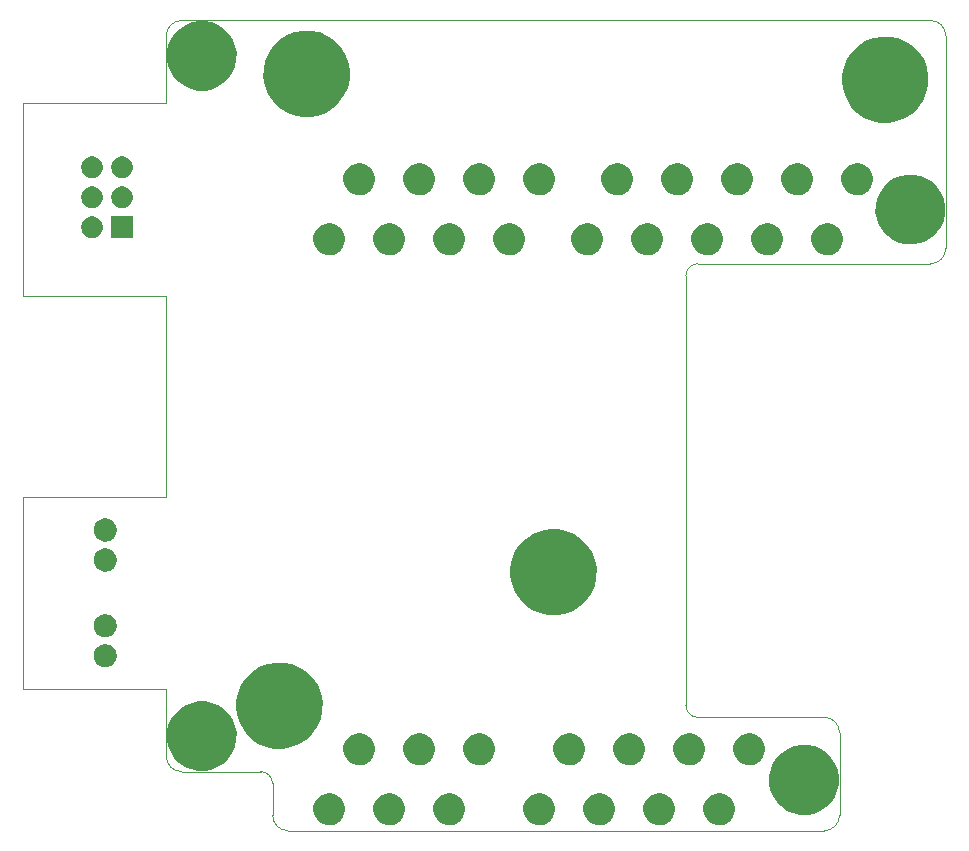
<source format=gbs>
G04 (created by PCBNEW (2013-07-07 BZR 4022)-stable) date 28/02/2015 20:38:53*
%MOIN*%
G04 Gerber Fmt 3.4, Leading zero omitted, Abs format*
%FSLAX34Y34*%
G01*
G70*
G90*
G04 APERTURE LIST*
%ADD10C,0.00590551*%
%ADD11C,0.000393701*%
G04 APERTURE END LIST*
G54D10*
G54D11*
X42173Y-51606D02*
X42173Y-49370D01*
X42173Y-49370D02*
X37401Y-49370D01*
X37401Y-49370D02*
X37401Y-42952D01*
X37401Y-42952D02*
X42173Y-42952D01*
X42173Y-42952D02*
X42173Y-36259D01*
X42173Y-36259D02*
X37401Y-36259D01*
X37401Y-36259D02*
X37401Y-29822D01*
X37401Y-29822D02*
X42173Y-29822D01*
X42173Y-29822D02*
X42173Y-27590D01*
X42173Y-27590D02*
G75*
G02X42685Y-27078I511J0D01*
G74*
G01*
X45716Y-52511D02*
X45716Y-53574D01*
X42685Y-52118D02*
X45322Y-52118D01*
X67645Y-27078D02*
X42685Y-27078D01*
X68157Y-34677D02*
X68157Y-27590D01*
X59889Y-35188D02*
X67645Y-35188D01*
X59496Y-49913D02*
X59496Y-35582D01*
X64102Y-50307D02*
X59889Y-50307D01*
X64614Y-53574D02*
X64614Y-50818D01*
X46228Y-54086D02*
X64102Y-54086D01*
X45322Y-52118D02*
G75*
G02X45716Y-52511I0J-393D01*
G74*
G01*
X42685Y-52118D02*
G75*
G02X42173Y-51606I0J511D01*
G74*
G01*
X67645Y-27078D02*
G75*
G02X68157Y-27590I0J-511D01*
G74*
G01*
X68157Y-34678D02*
G75*
G02X67645Y-35188I-511J0D01*
G74*
G01*
X59496Y-35581D02*
G75*
G02X59889Y-35188I393J0D01*
G74*
G01*
X59889Y-50307D02*
G75*
G02X59496Y-49913I0J393D01*
G74*
G01*
X64103Y-50307D02*
G75*
G02X64614Y-50818I0J-511D01*
G74*
G01*
X64614Y-53575D02*
G75*
G02X64102Y-54086I-511J0D01*
G74*
G01*
X46227Y-54086D02*
G75*
G02X45716Y-53574I0J511D01*
G74*
G01*
G54D10*
G36*
X40056Y-31940D02*
X40055Y-32014D01*
X40038Y-32089D01*
X40012Y-32148D01*
X39968Y-32210D01*
X39921Y-32255D01*
X39857Y-32296D01*
X39796Y-32319D01*
X39721Y-32332D01*
X39657Y-32331D01*
X39582Y-32314D01*
X39523Y-32289D01*
X39460Y-32245D01*
X39415Y-32199D01*
X39374Y-32134D01*
X39350Y-32075D01*
X39336Y-31999D01*
X39337Y-31935D01*
X39353Y-31860D01*
X39378Y-31801D01*
X39422Y-31737D01*
X39467Y-31693D01*
X39532Y-31650D01*
X39591Y-31626D01*
X39667Y-31612D01*
X39731Y-31612D01*
X39807Y-31628D01*
X39865Y-31653D01*
X39929Y-31696D01*
X39974Y-31741D01*
X40017Y-31806D01*
X40041Y-31864D01*
X40056Y-31940D01*
X40056Y-31940D01*
G37*
G36*
X40056Y-32940D02*
X40055Y-33014D01*
X40038Y-33089D01*
X40012Y-33148D01*
X39968Y-33210D01*
X39921Y-33255D01*
X39857Y-33296D01*
X39796Y-33319D01*
X39721Y-33332D01*
X39657Y-33331D01*
X39582Y-33314D01*
X39523Y-33289D01*
X39460Y-33245D01*
X39415Y-33199D01*
X39374Y-33134D01*
X39350Y-33075D01*
X39336Y-32999D01*
X39337Y-32935D01*
X39353Y-32860D01*
X39378Y-32801D01*
X39422Y-32737D01*
X39467Y-32693D01*
X39532Y-32650D01*
X39591Y-32626D01*
X39667Y-32612D01*
X39731Y-32612D01*
X39807Y-32628D01*
X39865Y-32653D01*
X39929Y-32696D01*
X39974Y-32741D01*
X40017Y-32806D01*
X40041Y-32864D01*
X40056Y-32940D01*
X40056Y-32940D01*
G37*
G36*
X40056Y-33940D02*
X40055Y-34014D01*
X40038Y-34089D01*
X40012Y-34148D01*
X39968Y-34210D01*
X39921Y-34255D01*
X39857Y-34296D01*
X39796Y-34319D01*
X39721Y-34332D01*
X39657Y-34331D01*
X39582Y-34314D01*
X39523Y-34289D01*
X39460Y-34245D01*
X39415Y-34199D01*
X39374Y-34134D01*
X39350Y-34075D01*
X39336Y-33999D01*
X39337Y-33935D01*
X39353Y-33860D01*
X39378Y-33801D01*
X39422Y-33737D01*
X39467Y-33693D01*
X39532Y-33650D01*
X39591Y-33626D01*
X39667Y-33612D01*
X39731Y-33612D01*
X39807Y-33628D01*
X39865Y-33653D01*
X39929Y-33696D01*
X39974Y-33741D01*
X40017Y-33806D01*
X40041Y-33864D01*
X40056Y-33940D01*
X40056Y-33940D01*
G37*
G36*
X40527Y-44031D02*
X40526Y-44113D01*
X40508Y-44193D01*
X40479Y-44257D01*
X40432Y-44324D01*
X40380Y-44373D01*
X40311Y-44417D01*
X40245Y-44442D01*
X40164Y-44457D01*
X40094Y-44455D01*
X40013Y-44438D01*
X39949Y-44409D01*
X39881Y-44362D01*
X39833Y-44312D01*
X39788Y-44242D01*
X39762Y-44177D01*
X39747Y-44096D01*
X39748Y-44026D01*
X39765Y-43945D01*
X39793Y-43881D01*
X39840Y-43812D01*
X39889Y-43764D01*
X39959Y-43718D01*
X40023Y-43692D01*
X40105Y-43676D01*
X40175Y-43677D01*
X40257Y-43694D01*
X40320Y-43720D01*
X40390Y-43767D01*
X40438Y-43816D01*
X40485Y-43886D01*
X40511Y-43950D01*
X40527Y-44031D01*
X40527Y-44031D01*
G37*
G36*
X40527Y-45031D02*
X40526Y-45113D01*
X40508Y-45193D01*
X40479Y-45257D01*
X40432Y-45324D01*
X40380Y-45373D01*
X40311Y-45417D01*
X40245Y-45442D01*
X40164Y-45457D01*
X40094Y-45455D01*
X40013Y-45438D01*
X39949Y-45409D01*
X39881Y-45362D01*
X39833Y-45312D01*
X39788Y-45242D01*
X39762Y-45177D01*
X39747Y-45096D01*
X39748Y-45026D01*
X39765Y-44945D01*
X39793Y-44881D01*
X39840Y-44812D01*
X39889Y-44764D01*
X39959Y-44718D01*
X40023Y-44692D01*
X40105Y-44676D01*
X40175Y-44677D01*
X40257Y-44694D01*
X40320Y-44720D01*
X40390Y-44767D01*
X40438Y-44816D01*
X40485Y-44886D01*
X40511Y-44950D01*
X40527Y-45031D01*
X40527Y-45031D01*
G37*
G36*
X40527Y-47220D02*
X40526Y-47302D01*
X40508Y-47382D01*
X40479Y-47446D01*
X40432Y-47513D01*
X40380Y-47562D01*
X40311Y-47606D01*
X40245Y-47631D01*
X40164Y-47646D01*
X40094Y-47644D01*
X40013Y-47627D01*
X39949Y-47598D01*
X39881Y-47551D01*
X39833Y-47501D01*
X39788Y-47431D01*
X39762Y-47366D01*
X39747Y-47285D01*
X39748Y-47215D01*
X39765Y-47134D01*
X39793Y-47070D01*
X39840Y-47001D01*
X39889Y-46953D01*
X39959Y-46907D01*
X40023Y-46881D01*
X40105Y-46865D01*
X40175Y-46866D01*
X40257Y-46883D01*
X40320Y-46909D01*
X40390Y-46956D01*
X40438Y-47005D01*
X40485Y-47075D01*
X40511Y-47139D01*
X40527Y-47220D01*
X40527Y-47220D01*
G37*
G36*
X40527Y-48220D02*
X40526Y-48302D01*
X40508Y-48382D01*
X40479Y-48446D01*
X40432Y-48513D01*
X40380Y-48562D01*
X40311Y-48606D01*
X40245Y-48631D01*
X40164Y-48646D01*
X40094Y-48644D01*
X40013Y-48627D01*
X39949Y-48598D01*
X39881Y-48551D01*
X39833Y-48501D01*
X39788Y-48431D01*
X39762Y-48366D01*
X39747Y-48285D01*
X39748Y-48215D01*
X39765Y-48134D01*
X39793Y-48070D01*
X39840Y-48001D01*
X39889Y-47953D01*
X39959Y-47907D01*
X40023Y-47881D01*
X40105Y-47865D01*
X40175Y-47866D01*
X40257Y-47883D01*
X40320Y-47909D01*
X40390Y-47956D01*
X40438Y-48005D01*
X40485Y-48075D01*
X40511Y-48139D01*
X40527Y-48220D01*
X40527Y-48220D01*
G37*
G36*
X41056Y-31940D02*
X41055Y-32014D01*
X41038Y-32089D01*
X41012Y-32148D01*
X40968Y-32210D01*
X40921Y-32255D01*
X40857Y-32296D01*
X40796Y-32319D01*
X40721Y-32332D01*
X40657Y-32331D01*
X40582Y-32314D01*
X40523Y-32289D01*
X40460Y-32245D01*
X40415Y-32199D01*
X40374Y-32134D01*
X40350Y-32075D01*
X40336Y-31999D01*
X40337Y-31935D01*
X40353Y-31860D01*
X40378Y-31801D01*
X40422Y-31737D01*
X40467Y-31693D01*
X40532Y-31650D01*
X40591Y-31626D01*
X40667Y-31612D01*
X40731Y-31612D01*
X40807Y-31628D01*
X40865Y-31653D01*
X40929Y-31696D01*
X40974Y-31741D01*
X41017Y-31806D01*
X41041Y-31864D01*
X41056Y-31940D01*
X41056Y-31940D01*
G37*
G36*
X41056Y-32940D02*
X41055Y-33014D01*
X41038Y-33089D01*
X41012Y-33148D01*
X40968Y-33210D01*
X40921Y-33255D01*
X40857Y-33296D01*
X40796Y-33319D01*
X40721Y-33332D01*
X40657Y-33331D01*
X40582Y-33314D01*
X40523Y-33289D01*
X40460Y-33245D01*
X40415Y-33199D01*
X40374Y-33134D01*
X40350Y-33075D01*
X40336Y-32999D01*
X40337Y-32935D01*
X40353Y-32860D01*
X40378Y-32801D01*
X40422Y-32737D01*
X40467Y-32693D01*
X40532Y-32650D01*
X40591Y-32626D01*
X40667Y-32612D01*
X40731Y-32612D01*
X40807Y-32628D01*
X40865Y-32653D01*
X40929Y-32696D01*
X40974Y-32741D01*
X41017Y-32806D01*
X41041Y-32864D01*
X41056Y-32940D01*
X41056Y-32940D01*
G37*
G36*
X41056Y-34332D02*
X40337Y-34332D01*
X40337Y-33612D01*
X41056Y-33612D01*
X41056Y-34332D01*
X41056Y-34332D01*
G37*
G36*
X44516Y-28148D02*
X44512Y-28403D01*
X44461Y-28631D01*
X44370Y-28833D01*
X44236Y-29024D01*
X44075Y-29177D01*
X43878Y-29303D01*
X43671Y-29383D01*
X43440Y-29423D01*
X43219Y-29419D01*
X42990Y-29369D01*
X42787Y-29280D01*
X42595Y-29146D01*
X42441Y-28987D01*
X42314Y-28790D01*
X42233Y-28584D01*
X42190Y-28354D01*
X42193Y-28133D01*
X42242Y-27903D01*
X42329Y-27700D01*
X42462Y-27506D01*
X42620Y-27352D01*
X42816Y-27223D01*
X43021Y-27140D01*
X43252Y-27096D01*
X43472Y-27098D01*
X43703Y-27145D01*
X43906Y-27231D01*
X44101Y-27362D01*
X44256Y-27519D01*
X44386Y-27715D01*
X44470Y-27918D01*
X44516Y-28148D01*
X44516Y-28148D01*
G37*
G36*
X44516Y-50825D02*
X44512Y-51080D01*
X44461Y-51308D01*
X44370Y-51511D01*
X44236Y-51701D01*
X44075Y-51855D01*
X43878Y-51980D01*
X43671Y-52060D01*
X43440Y-52101D01*
X43219Y-52096D01*
X42990Y-52046D01*
X42787Y-51957D01*
X42595Y-51823D01*
X42441Y-51664D01*
X42314Y-51467D01*
X42233Y-51261D01*
X42190Y-51031D01*
X42193Y-50810D01*
X42242Y-50580D01*
X42329Y-50377D01*
X42462Y-50183D01*
X42620Y-50029D01*
X42816Y-49900D01*
X43021Y-49818D01*
X43252Y-49774D01*
X43472Y-49775D01*
X43703Y-49822D01*
X43906Y-49908D01*
X44101Y-50039D01*
X44256Y-50196D01*
X44386Y-50392D01*
X44470Y-50595D01*
X44516Y-50825D01*
X44516Y-50825D01*
G37*
G36*
X47382Y-49783D02*
X47378Y-50099D01*
X47314Y-50379D01*
X47202Y-50632D01*
X47036Y-50867D01*
X46836Y-51057D01*
X46593Y-51211D01*
X46336Y-51311D01*
X46052Y-51361D01*
X45776Y-51355D01*
X45495Y-51293D01*
X45243Y-51183D01*
X45006Y-51019D01*
X44814Y-50820D01*
X44658Y-50578D01*
X44557Y-50322D01*
X44505Y-50038D01*
X44509Y-49763D01*
X44569Y-49481D01*
X44677Y-49228D01*
X44840Y-48990D01*
X45037Y-48797D01*
X45278Y-48639D01*
X45533Y-48536D01*
X45817Y-48482D01*
X46092Y-48484D01*
X46375Y-48542D01*
X46628Y-48649D01*
X46868Y-48810D01*
X47061Y-49005D01*
X47221Y-49246D01*
X47326Y-49500D01*
X47382Y-49783D01*
X47382Y-49783D01*
G37*
G36*
X48134Y-34320D02*
X48132Y-34434D01*
X48108Y-34541D01*
X48068Y-34631D01*
X48004Y-34721D01*
X47933Y-34789D01*
X47840Y-34848D01*
X47748Y-34883D01*
X47640Y-34903D01*
X47542Y-34901D01*
X47434Y-34877D01*
X47344Y-34838D01*
X47253Y-34774D01*
X47185Y-34704D01*
X47125Y-34611D01*
X47089Y-34520D01*
X47069Y-34411D01*
X47070Y-34313D01*
X47093Y-34205D01*
X47132Y-34115D01*
X47195Y-34023D01*
X47264Y-33955D01*
X47357Y-33894D01*
X47448Y-33858D01*
X47557Y-33837D01*
X47654Y-33838D01*
X47763Y-33860D01*
X47853Y-33898D01*
X47945Y-33960D01*
X48014Y-34029D01*
X48076Y-34122D01*
X48112Y-34211D01*
X48134Y-34320D01*
X48134Y-34320D01*
G37*
G36*
X48134Y-53320D02*
X48132Y-53434D01*
X48108Y-53541D01*
X48068Y-53631D01*
X48004Y-53721D01*
X47933Y-53789D01*
X47840Y-53848D01*
X47748Y-53883D01*
X47640Y-53903D01*
X47542Y-53901D01*
X47434Y-53877D01*
X47344Y-53838D01*
X47253Y-53774D01*
X47185Y-53704D01*
X47125Y-53611D01*
X47089Y-53520D01*
X47069Y-53411D01*
X47070Y-53313D01*
X47093Y-53205D01*
X47132Y-53115D01*
X47195Y-53023D01*
X47264Y-52955D01*
X47357Y-52894D01*
X47448Y-52858D01*
X47557Y-52837D01*
X47654Y-52838D01*
X47763Y-52860D01*
X47853Y-52898D01*
X47945Y-52960D01*
X48014Y-53029D01*
X48076Y-53122D01*
X48112Y-53211D01*
X48134Y-53320D01*
X48134Y-53320D01*
G37*
G36*
X48288Y-28720D02*
X48283Y-29036D01*
X48219Y-29316D01*
X48107Y-29569D01*
X47941Y-29804D01*
X47741Y-29994D01*
X47498Y-30148D01*
X47241Y-30248D01*
X46958Y-30298D01*
X46682Y-30292D01*
X46401Y-30230D01*
X46148Y-30120D01*
X45911Y-29956D01*
X45720Y-29757D01*
X45564Y-29515D01*
X45462Y-29259D01*
X45410Y-28975D01*
X45414Y-28700D01*
X45474Y-28418D01*
X45583Y-28165D01*
X45746Y-27927D01*
X45942Y-27734D01*
X46184Y-27576D01*
X46439Y-27473D01*
X46723Y-27419D01*
X46997Y-27421D01*
X47280Y-27479D01*
X47534Y-27586D01*
X47773Y-27747D01*
X47967Y-27942D01*
X48127Y-28183D01*
X48231Y-28437D01*
X48288Y-28720D01*
X48288Y-28720D01*
G37*
G36*
X49134Y-32320D02*
X49132Y-32434D01*
X49108Y-32541D01*
X49068Y-32631D01*
X49004Y-32721D01*
X48933Y-32789D01*
X48840Y-32848D01*
X48748Y-32883D01*
X48640Y-32903D01*
X48542Y-32901D01*
X48434Y-32877D01*
X48344Y-32838D01*
X48253Y-32774D01*
X48185Y-32704D01*
X48125Y-32611D01*
X48089Y-32520D01*
X48069Y-32411D01*
X48070Y-32313D01*
X48093Y-32205D01*
X48132Y-32115D01*
X48195Y-32023D01*
X48264Y-31955D01*
X48357Y-31894D01*
X48448Y-31858D01*
X48557Y-31837D01*
X48654Y-31838D01*
X48763Y-31860D01*
X48853Y-31898D01*
X48945Y-31960D01*
X49014Y-32029D01*
X49076Y-32122D01*
X49112Y-32211D01*
X49134Y-32320D01*
X49134Y-32320D01*
G37*
G36*
X49134Y-51320D02*
X49132Y-51434D01*
X49108Y-51541D01*
X49068Y-51631D01*
X49004Y-51721D01*
X48933Y-51789D01*
X48840Y-51848D01*
X48748Y-51883D01*
X48640Y-51903D01*
X48542Y-51901D01*
X48434Y-51877D01*
X48344Y-51838D01*
X48253Y-51774D01*
X48185Y-51704D01*
X48125Y-51611D01*
X48089Y-51520D01*
X48069Y-51411D01*
X48070Y-51313D01*
X48093Y-51205D01*
X48132Y-51115D01*
X48195Y-51023D01*
X48264Y-50955D01*
X48357Y-50894D01*
X48448Y-50858D01*
X48557Y-50837D01*
X48654Y-50838D01*
X48763Y-50860D01*
X48853Y-50898D01*
X48945Y-50960D01*
X49014Y-51029D01*
X49076Y-51122D01*
X49112Y-51211D01*
X49134Y-51320D01*
X49134Y-51320D01*
G37*
G36*
X50134Y-34320D02*
X50132Y-34434D01*
X50108Y-34541D01*
X50068Y-34631D01*
X50004Y-34721D01*
X49933Y-34789D01*
X49840Y-34848D01*
X49748Y-34883D01*
X49640Y-34903D01*
X49542Y-34901D01*
X49434Y-34877D01*
X49344Y-34838D01*
X49253Y-34774D01*
X49185Y-34704D01*
X49125Y-34611D01*
X49089Y-34520D01*
X49069Y-34411D01*
X49070Y-34313D01*
X49093Y-34205D01*
X49132Y-34115D01*
X49195Y-34023D01*
X49264Y-33955D01*
X49357Y-33894D01*
X49448Y-33858D01*
X49557Y-33837D01*
X49654Y-33838D01*
X49763Y-33860D01*
X49853Y-33898D01*
X49945Y-33960D01*
X50014Y-34029D01*
X50076Y-34122D01*
X50112Y-34211D01*
X50134Y-34320D01*
X50134Y-34320D01*
G37*
G36*
X50134Y-53320D02*
X50132Y-53434D01*
X50108Y-53541D01*
X50068Y-53631D01*
X50004Y-53721D01*
X49933Y-53789D01*
X49840Y-53848D01*
X49748Y-53883D01*
X49640Y-53903D01*
X49542Y-53901D01*
X49434Y-53877D01*
X49344Y-53838D01*
X49253Y-53774D01*
X49185Y-53704D01*
X49125Y-53611D01*
X49089Y-53520D01*
X49069Y-53411D01*
X49070Y-53313D01*
X49093Y-53205D01*
X49132Y-53115D01*
X49195Y-53023D01*
X49264Y-52955D01*
X49357Y-52894D01*
X49448Y-52858D01*
X49557Y-52837D01*
X49654Y-52838D01*
X49763Y-52860D01*
X49853Y-52898D01*
X49945Y-52960D01*
X50014Y-53029D01*
X50076Y-53122D01*
X50112Y-53211D01*
X50134Y-53320D01*
X50134Y-53320D01*
G37*
G36*
X51134Y-32320D02*
X51132Y-32434D01*
X51108Y-32541D01*
X51068Y-32631D01*
X51004Y-32721D01*
X50933Y-32789D01*
X50840Y-32848D01*
X50748Y-32883D01*
X50640Y-32903D01*
X50542Y-32901D01*
X50434Y-32877D01*
X50344Y-32838D01*
X50253Y-32774D01*
X50185Y-32704D01*
X50125Y-32611D01*
X50089Y-32520D01*
X50069Y-32411D01*
X50070Y-32313D01*
X50093Y-32205D01*
X50132Y-32115D01*
X50195Y-32023D01*
X50264Y-31955D01*
X50357Y-31894D01*
X50448Y-31858D01*
X50557Y-31837D01*
X50654Y-31838D01*
X50763Y-31860D01*
X50853Y-31898D01*
X50945Y-31960D01*
X51014Y-32029D01*
X51076Y-32122D01*
X51112Y-32211D01*
X51134Y-32320D01*
X51134Y-32320D01*
G37*
G36*
X51134Y-51320D02*
X51132Y-51434D01*
X51108Y-51541D01*
X51068Y-51631D01*
X51004Y-51721D01*
X50933Y-51789D01*
X50840Y-51848D01*
X50748Y-51883D01*
X50640Y-51903D01*
X50542Y-51901D01*
X50434Y-51877D01*
X50344Y-51838D01*
X50253Y-51774D01*
X50185Y-51704D01*
X50125Y-51611D01*
X50089Y-51520D01*
X50069Y-51411D01*
X50070Y-51313D01*
X50093Y-51205D01*
X50132Y-51115D01*
X50195Y-51023D01*
X50264Y-50955D01*
X50357Y-50894D01*
X50448Y-50858D01*
X50557Y-50837D01*
X50654Y-50838D01*
X50763Y-50860D01*
X50853Y-50898D01*
X50945Y-50960D01*
X51014Y-51029D01*
X51076Y-51122D01*
X51112Y-51211D01*
X51134Y-51320D01*
X51134Y-51320D01*
G37*
G36*
X52134Y-34320D02*
X52132Y-34434D01*
X52108Y-34541D01*
X52068Y-34631D01*
X52004Y-34721D01*
X51933Y-34789D01*
X51840Y-34848D01*
X51748Y-34883D01*
X51640Y-34903D01*
X51542Y-34901D01*
X51434Y-34877D01*
X51344Y-34838D01*
X51253Y-34774D01*
X51185Y-34704D01*
X51125Y-34611D01*
X51089Y-34520D01*
X51069Y-34411D01*
X51070Y-34313D01*
X51093Y-34205D01*
X51132Y-34115D01*
X51195Y-34023D01*
X51264Y-33955D01*
X51357Y-33894D01*
X51448Y-33858D01*
X51557Y-33837D01*
X51654Y-33838D01*
X51763Y-33860D01*
X51853Y-33898D01*
X51945Y-33960D01*
X52014Y-34029D01*
X52076Y-34122D01*
X52112Y-34211D01*
X52134Y-34320D01*
X52134Y-34320D01*
G37*
G36*
X52134Y-53320D02*
X52132Y-53434D01*
X52108Y-53541D01*
X52068Y-53631D01*
X52004Y-53721D01*
X51933Y-53789D01*
X51840Y-53848D01*
X51748Y-53883D01*
X51640Y-53903D01*
X51542Y-53901D01*
X51434Y-53877D01*
X51344Y-53838D01*
X51253Y-53774D01*
X51185Y-53704D01*
X51125Y-53611D01*
X51089Y-53520D01*
X51069Y-53411D01*
X51070Y-53313D01*
X51093Y-53205D01*
X51132Y-53115D01*
X51195Y-53023D01*
X51264Y-52955D01*
X51357Y-52894D01*
X51448Y-52858D01*
X51557Y-52837D01*
X51654Y-52838D01*
X51763Y-52860D01*
X51853Y-52898D01*
X51945Y-52960D01*
X52014Y-53029D01*
X52076Y-53122D01*
X52112Y-53211D01*
X52134Y-53320D01*
X52134Y-53320D01*
G37*
G36*
X53134Y-32320D02*
X53132Y-32434D01*
X53108Y-32541D01*
X53068Y-32631D01*
X53004Y-32721D01*
X52933Y-32789D01*
X52840Y-32848D01*
X52748Y-32883D01*
X52640Y-32903D01*
X52542Y-32901D01*
X52434Y-32877D01*
X52344Y-32838D01*
X52253Y-32774D01*
X52185Y-32704D01*
X52125Y-32611D01*
X52089Y-32520D01*
X52069Y-32411D01*
X52070Y-32313D01*
X52093Y-32205D01*
X52132Y-32115D01*
X52195Y-32023D01*
X52264Y-31955D01*
X52357Y-31894D01*
X52448Y-31858D01*
X52557Y-31837D01*
X52654Y-31838D01*
X52763Y-31860D01*
X52853Y-31898D01*
X52945Y-31960D01*
X53014Y-32029D01*
X53076Y-32122D01*
X53112Y-32211D01*
X53134Y-32320D01*
X53134Y-32320D01*
G37*
G36*
X53134Y-51320D02*
X53132Y-51434D01*
X53108Y-51541D01*
X53068Y-51631D01*
X53004Y-51721D01*
X52933Y-51789D01*
X52840Y-51848D01*
X52748Y-51883D01*
X52640Y-51903D01*
X52542Y-51901D01*
X52434Y-51877D01*
X52344Y-51838D01*
X52253Y-51774D01*
X52185Y-51704D01*
X52125Y-51611D01*
X52089Y-51520D01*
X52069Y-51411D01*
X52070Y-51313D01*
X52093Y-51205D01*
X52132Y-51115D01*
X52195Y-51023D01*
X52264Y-50955D01*
X52357Y-50894D01*
X52448Y-50858D01*
X52557Y-50837D01*
X52654Y-50838D01*
X52763Y-50860D01*
X52853Y-50898D01*
X52945Y-50960D01*
X53014Y-51029D01*
X53076Y-51122D01*
X53112Y-51211D01*
X53134Y-51320D01*
X53134Y-51320D01*
G37*
G36*
X54134Y-34320D02*
X54132Y-34434D01*
X54108Y-34541D01*
X54068Y-34631D01*
X54004Y-34721D01*
X53933Y-34789D01*
X53840Y-34848D01*
X53748Y-34883D01*
X53640Y-34903D01*
X53542Y-34901D01*
X53434Y-34877D01*
X53344Y-34838D01*
X53253Y-34774D01*
X53185Y-34704D01*
X53125Y-34611D01*
X53089Y-34520D01*
X53069Y-34411D01*
X53070Y-34313D01*
X53093Y-34205D01*
X53132Y-34115D01*
X53195Y-34023D01*
X53264Y-33955D01*
X53357Y-33894D01*
X53448Y-33858D01*
X53557Y-33837D01*
X53654Y-33838D01*
X53763Y-33860D01*
X53853Y-33898D01*
X53945Y-33960D01*
X54014Y-34029D01*
X54076Y-34122D01*
X54112Y-34211D01*
X54134Y-34320D01*
X54134Y-34320D01*
G37*
G36*
X55134Y-32320D02*
X55132Y-32434D01*
X55108Y-32541D01*
X55068Y-32631D01*
X55004Y-32721D01*
X54933Y-32789D01*
X54840Y-32848D01*
X54748Y-32883D01*
X54640Y-32903D01*
X54542Y-32901D01*
X54434Y-32877D01*
X54344Y-32838D01*
X54253Y-32774D01*
X54185Y-32704D01*
X54125Y-32611D01*
X54089Y-32520D01*
X54069Y-32411D01*
X54070Y-32313D01*
X54093Y-32205D01*
X54132Y-32115D01*
X54195Y-32023D01*
X54264Y-31955D01*
X54357Y-31894D01*
X54448Y-31858D01*
X54557Y-31837D01*
X54654Y-31838D01*
X54763Y-31860D01*
X54853Y-31898D01*
X54945Y-31960D01*
X55014Y-32029D01*
X55076Y-32122D01*
X55112Y-32211D01*
X55134Y-32320D01*
X55134Y-32320D01*
G37*
G36*
X55134Y-53320D02*
X55132Y-53434D01*
X55108Y-53541D01*
X55068Y-53631D01*
X55004Y-53721D01*
X54933Y-53789D01*
X54840Y-53848D01*
X54748Y-53883D01*
X54640Y-53903D01*
X54542Y-53901D01*
X54434Y-53877D01*
X54344Y-53838D01*
X54253Y-53774D01*
X54185Y-53704D01*
X54125Y-53611D01*
X54089Y-53520D01*
X54069Y-53411D01*
X54070Y-53313D01*
X54093Y-53205D01*
X54132Y-53115D01*
X54195Y-53023D01*
X54264Y-52955D01*
X54357Y-52894D01*
X54448Y-52858D01*
X54557Y-52837D01*
X54654Y-52838D01*
X54763Y-52860D01*
X54853Y-52898D01*
X54945Y-52960D01*
X55014Y-53029D01*
X55076Y-53122D01*
X55112Y-53211D01*
X55134Y-53320D01*
X55134Y-53320D01*
G37*
G36*
X56134Y-51320D02*
X56132Y-51434D01*
X56108Y-51541D01*
X56068Y-51631D01*
X56004Y-51721D01*
X55933Y-51789D01*
X55840Y-51848D01*
X55748Y-51883D01*
X55640Y-51903D01*
X55542Y-51901D01*
X55434Y-51877D01*
X55344Y-51838D01*
X55253Y-51774D01*
X55185Y-51704D01*
X55125Y-51611D01*
X55089Y-51520D01*
X55069Y-51411D01*
X55070Y-51313D01*
X55093Y-51205D01*
X55132Y-51115D01*
X55195Y-51023D01*
X55264Y-50955D01*
X55357Y-50894D01*
X55448Y-50858D01*
X55557Y-50837D01*
X55654Y-50838D01*
X55763Y-50860D01*
X55853Y-50898D01*
X55945Y-50960D01*
X56014Y-51029D01*
X56076Y-51122D01*
X56112Y-51211D01*
X56134Y-51320D01*
X56134Y-51320D01*
G37*
G36*
X56516Y-45334D02*
X56511Y-45650D01*
X56448Y-45931D01*
X56335Y-46183D01*
X56170Y-46418D01*
X55970Y-46608D01*
X55727Y-46762D01*
X55470Y-46862D01*
X55186Y-46912D01*
X54910Y-46906D01*
X54629Y-46845D01*
X54376Y-46734D01*
X54140Y-46570D01*
X53948Y-46372D01*
X53792Y-46129D01*
X53691Y-45873D01*
X53639Y-45589D01*
X53643Y-45314D01*
X53703Y-45032D01*
X53811Y-44779D01*
X53974Y-44541D01*
X54171Y-44349D01*
X54412Y-44190D01*
X54667Y-44087D01*
X54951Y-44033D01*
X55226Y-44035D01*
X55509Y-44093D01*
X55762Y-44200D01*
X56002Y-44361D01*
X56195Y-44556D01*
X56355Y-44797D01*
X56460Y-45051D01*
X56516Y-45334D01*
X56516Y-45334D01*
G37*
G36*
X56734Y-34320D02*
X56732Y-34434D01*
X56708Y-34541D01*
X56668Y-34631D01*
X56604Y-34721D01*
X56533Y-34789D01*
X56440Y-34848D01*
X56348Y-34883D01*
X56240Y-34903D01*
X56142Y-34901D01*
X56034Y-34877D01*
X55944Y-34838D01*
X55853Y-34774D01*
X55785Y-34704D01*
X55725Y-34611D01*
X55689Y-34520D01*
X55669Y-34411D01*
X55670Y-34313D01*
X55693Y-34205D01*
X55732Y-34115D01*
X55795Y-34023D01*
X55864Y-33955D01*
X55957Y-33894D01*
X56048Y-33858D01*
X56157Y-33837D01*
X56254Y-33838D01*
X56363Y-33860D01*
X56453Y-33898D01*
X56545Y-33960D01*
X56614Y-34029D01*
X56676Y-34122D01*
X56712Y-34211D01*
X56734Y-34320D01*
X56734Y-34320D01*
G37*
G36*
X57134Y-53320D02*
X57132Y-53434D01*
X57108Y-53541D01*
X57068Y-53631D01*
X57004Y-53721D01*
X56933Y-53789D01*
X56840Y-53848D01*
X56748Y-53883D01*
X56640Y-53903D01*
X56542Y-53901D01*
X56434Y-53877D01*
X56344Y-53838D01*
X56253Y-53774D01*
X56185Y-53704D01*
X56125Y-53611D01*
X56089Y-53520D01*
X56069Y-53411D01*
X56070Y-53313D01*
X56093Y-53205D01*
X56132Y-53115D01*
X56195Y-53023D01*
X56264Y-52955D01*
X56357Y-52894D01*
X56448Y-52858D01*
X56557Y-52837D01*
X56654Y-52838D01*
X56763Y-52860D01*
X56853Y-52898D01*
X56945Y-52960D01*
X57014Y-53029D01*
X57076Y-53122D01*
X57112Y-53211D01*
X57134Y-53320D01*
X57134Y-53320D01*
G37*
G36*
X57734Y-32320D02*
X57732Y-32434D01*
X57708Y-32541D01*
X57668Y-32631D01*
X57604Y-32721D01*
X57533Y-32789D01*
X57440Y-32848D01*
X57348Y-32883D01*
X57240Y-32903D01*
X57142Y-32901D01*
X57034Y-32877D01*
X56944Y-32838D01*
X56853Y-32774D01*
X56785Y-32704D01*
X56725Y-32611D01*
X56689Y-32520D01*
X56669Y-32411D01*
X56670Y-32313D01*
X56693Y-32205D01*
X56732Y-32115D01*
X56795Y-32023D01*
X56864Y-31955D01*
X56957Y-31894D01*
X57048Y-31858D01*
X57157Y-31837D01*
X57254Y-31838D01*
X57363Y-31860D01*
X57453Y-31898D01*
X57545Y-31960D01*
X57614Y-32029D01*
X57676Y-32122D01*
X57712Y-32211D01*
X57734Y-32320D01*
X57734Y-32320D01*
G37*
G36*
X58134Y-51320D02*
X58132Y-51434D01*
X58108Y-51541D01*
X58068Y-51631D01*
X58004Y-51721D01*
X57933Y-51789D01*
X57840Y-51848D01*
X57748Y-51883D01*
X57640Y-51903D01*
X57542Y-51901D01*
X57434Y-51877D01*
X57344Y-51838D01*
X57253Y-51774D01*
X57185Y-51704D01*
X57125Y-51611D01*
X57089Y-51520D01*
X57069Y-51411D01*
X57070Y-51313D01*
X57093Y-51205D01*
X57132Y-51115D01*
X57195Y-51023D01*
X57264Y-50955D01*
X57357Y-50894D01*
X57448Y-50858D01*
X57557Y-50837D01*
X57654Y-50838D01*
X57763Y-50860D01*
X57853Y-50898D01*
X57945Y-50960D01*
X58014Y-51029D01*
X58076Y-51122D01*
X58112Y-51211D01*
X58134Y-51320D01*
X58134Y-51320D01*
G37*
G36*
X58734Y-34320D02*
X58732Y-34434D01*
X58708Y-34541D01*
X58668Y-34631D01*
X58604Y-34721D01*
X58533Y-34789D01*
X58440Y-34848D01*
X58348Y-34883D01*
X58240Y-34903D01*
X58142Y-34901D01*
X58034Y-34877D01*
X57944Y-34838D01*
X57853Y-34774D01*
X57785Y-34704D01*
X57725Y-34611D01*
X57689Y-34520D01*
X57669Y-34411D01*
X57670Y-34313D01*
X57693Y-34205D01*
X57732Y-34115D01*
X57795Y-34023D01*
X57864Y-33955D01*
X57957Y-33894D01*
X58048Y-33858D01*
X58157Y-33837D01*
X58254Y-33838D01*
X58363Y-33860D01*
X58453Y-33898D01*
X58545Y-33960D01*
X58614Y-34029D01*
X58676Y-34122D01*
X58712Y-34211D01*
X58734Y-34320D01*
X58734Y-34320D01*
G37*
G36*
X59134Y-53320D02*
X59132Y-53434D01*
X59108Y-53541D01*
X59068Y-53631D01*
X59004Y-53721D01*
X58933Y-53789D01*
X58840Y-53848D01*
X58748Y-53883D01*
X58640Y-53903D01*
X58542Y-53901D01*
X58434Y-53877D01*
X58344Y-53838D01*
X58253Y-53774D01*
X58185Y-53704D01*
X58125Y-53611D01*
X58089Y-53520D01*
X58069Y-53411D01*
X58070Y-53313D01*
X58093Y-53205D01*
X58132Y-53115D01*
X58195Y-53023D01*
X58264Y-52955D01*
X58357Y-52894D01*
X58448Y-52858D01*
X58557Y-52837D01*
X58654Y-52838D01*
X58763Y-52860D01*
X58853Y-52898D01*
X58945Y-52960D01*
X59014Y-53029D01*
X59076Y-53122D01*
X59112Y-53211D01*
X59134Y-53320D01*
X59134Y-53320D01*
G37*
G36*
X59734Y-32320D02*
X59732Y-32434D01*
X59708Y-32541D01*
X59668Y-32631D01*
X59604Y-32721D01*
X59533Y-32789D01*
X59440Y-32848D01*
X59348Y-32883D01*
X59240Y-32903D01*
X59142Y-32901D01*
X59034Y-32877D01*
X58944Y-32838D01*
X58853Y-32774D01*
X58785Y-32704D01*
X58725Y-32611D01*
X58689Y-32520D01*
X58669Y-32411D01*
X58670Y-32313D01*
X58693Y-32205D01*
X58732Y-32115D01*
X58795Y-32023D01*
X58864Y-31955D01*
X58957Y-31894D01*
X59048Y-31858D01*
X59157Y-31837D01*
X59254Y-31838D01*
X59363Y-31860D01*
X59453Y-31898D01*
X59545Y-31960D01*
X59614Y-32029D01*
X59676Y-32122D01*
X59712Y-32211D01*
X59734Y-32320D01*
X59734Y-32320D01*
G37*
G36*
X60134Y-51320D02*
X60132Y-51434D01*
X60108Y-51541D01*
X60068Y-51631D01*
X60004Y-51721D01*
X59933Y-51789D01*
X59840Y-51848D01*
X59748Y-51883D01*
X59640Y-51903D01*
X59542Y-51901D01*
X59434Y-51877D01*
X59344Y-51838D01*
X59253Y-51774D01*
X59185Y-51704D01*
X59125Y-51611D01*
X59089Y-51520D01*
X59069Y-51411D01*
X59070Y-51313D01*
X59093Y-51205D01*
X59132Y-51115D01*
X59195Y-51023D01*
X59264Y-50955D01*
X59357Y-50894D01*
X59448Y-50858D01*
X59557Y-50837D01*
X59654Y-50838D01*
X59763Y-50860D01*
X59853Y-50898D01*
X59945Y-50960D01*
X60014Y-51029D01*
X60076Y-51122D01*
X60112Y-51211D01*
X60134Y-51320D01*
X60134Y-51320D01*
G37*
G36*
X60734Y-34320D02*
X60732Y-34434D01*
X60708Y-34541D01*
X60668Y-34631D01*
X60604Y-34721D01*
X60533Y-34789D01*
X60440Y-34848D01*
X60348Y-34883D01*
X60240Y-34903D01*
X60142Y-34901D01*
X60034Y-34877D01*
X59944Y-34838D01*
X59853Y-34774D01*
X59785Y-34704D01*
X59725Y-34611D01*
X59689Y-34520D01*
X59669Y-34411D01*
X59670Y-34313D01*
X59693Y-34205D01*
X59732Y-34115D01*
X59795Y-34023D01*
X59864Y-33955D01*
X59957Y-33894D01*
X60048Y-33858D01*
X60157Y-33837D01*
X60254Y-33838D01*
X60363Y-33860D01*
X60453Y-33898D01*
X60545Y-33960D01*
X60614Y-34029D01*
X60676Y-34122D01*
X60712Y-34211D01*
X60734Y-34320D01*
X60734Y-34320D01*
G37*
G36*
X61134Y-53320D02*
X61132Y-53434D01*
X61108Y-53541D01*
X61068Y-53631D01*
X61004Y-53721D01*
X60933Y-53789D01*
X60840Y-53848D01*
X60748Y-53883D01*
X60640Y-53903D01*
X60542Y-53901D01*
X60434Y-53877D01*
X60344Y-53838D01*
X60253Y-53774D01*
X60185Y-53704D01*
X60125Y-53611D01*
X60089Y-53520D01*
X60069Y-53411D01*
X60070Y-53313D01*
X60093Y-53205D01*
X60132Y-53115D01*
X60195Y-53023D01*
X60264Y-52955D01*
X60357Y-52894D01*
X60448Y-52858D01*
X60557Y-52837D01*
X60654Y-52838D01*
X60763Y-52860D01*
X60853Y-52898D01*
X60945Y-52960D01*
X61014Y-53029D01*
X61076Y-53122D01*
X61112Y-53211D01*
X61134Y-53320D01*
X61134Y-53320D01*
G37*
G36*
X61734Y-32320D02*
X61732Y-32434D01*
X61708Y-32541D01*
X61668Y-32631D01*
X61604Y-32721D01*
X61533Y-32789D01*
X61440Y-32848D01*
X61348Y-32883D01*
X61240Y-32903D01*
X61142Y-32901D01*
X61034Y-32877D01*
X60944Y-32838D01*
X60853Y-32774D01*
X60785Y-32704D01*
X60725Y-32611D01*
X60689Y-32520D01*
X60669Y-32411D01*
X60670Y-32313D01*
X60693Y-32205D01*
X60732Y-32115D01*
X60795Y-32023D01*
X60864Y-31955D01*
X60957Y-31894D01*
X61048Y-31858D01*
X61157Y-31837D01*
X61254Y-31838D01*
X61363Y-31860D01*
X61453Y-31898D01*
X61545Y-31960D01*
X61614Y-32029D01*
X61676Y-32122D01*
X61712Y-32211D01*
X61734Y-32320D01*
X61734Y-32320D01*
G37*
G36*
X62134Y-51320D02*
X62132Y-51434D01*
X62108Y-51541D01*
X62068Y-51631D01*
X62004Y-51721D01*
X61933Y-51789D01*
X61840Y-51848D01*
X61748Y-51883D01*
X61640Y-51903D01*
X61542Y-51901D01*
X61434Y-51877D01*
X61344Y-51838D01*
X61253Y-51774D01*
X61185Y-51704D01*
X61125Y-51611D01*
X61089Y-51520D01*
X61069Y-51411D01*
X61070Y-51313D01*
X61093Y-51205D01*
X61132Y-51115D01*
X61195Y-51023D01*
X61264Y-50955D01*
X61357Y-50894D01*
X61448Y-50858D01*
X61557Y-50837D01*
X61654Y-50838D01*
X61763Y-50860D01*
X61853Y-50898D01*
X61945Y-50960D01*
X62014Y-51029D01*
X62076Y-51122D01*
X62112Y-51211D01*
X62134Y-51320D01*
X62134Y-51320D01*
G37*
G36*
X62734Y-34320D02*
X62732Y-34434D01*
X62708Y-34541D01*
X62668Y-34631D01*
X62604Y-34721D01*
X62533Y-34789D01*
X62440Y-34848D01*
X62348Y-34883D01*
X62240Y-34903D01*
X62142Y-34901D01*
X62034Y-34877D01*
X61944Y-34838D01*
X61853Y-34774D01*
X61785Y-34704D01*
X61725Y-34611D01*
X61689Y-34520D01*
X61669Y-34411D01*
X61670Y-34313D01*
X61693Y-34205D01*
X61732Y-34115D01*
X61795Y-34023D01*
X61864Y-33955D01*
X61957Y-33894D01*
X62048Y-33858D01*
X62157Y-33837D01*
X62254Y-33838D01*
X62363Y-33860D01*
X62453Y-33898D01*
X62545Y-33960D01*
X62614Y-34029D01*
X62676Y-34122D01*
X62712Y-34211D01*
X62734Y-34320D01*
X62734Y-34320D01*
G37*
G36*
X63734Y-32320D02*
X63732Y-32434D01*
X63708Y-32541D01*
X63668Y-32631D01*
X63604Y-32721D01*
X63533Y-32789D01*
X63440Y-32848D01*
X63348Y-32883D01*
X63240Y-32903D01*
X63142Y-32901D01*
X63034Y-32877D01*
X62944Y-32838D01*
X62853Y-32774D01*
X62785Y-32704D01*
X62725Y-32611D01*
X62689Y-32520D01*
X62669Y-32411D01*
X62670Y-32313D01*
X62693Y-32205D01*
X62732Y-32115D01*
X62795Y-32023D01*
X62864Y-31955D01*
X62957Y-31894D01*
X63048Y-31858D01*
X63157Y-31837D01*
X63254Y-31838D01*
X63363Y-31860D01*
X63453Y-31898D01*
X63545Y-31960D01*
X63614Y-32029D01*
X63676Y-32122D01*
X63712Y-32211D01*
X63734Y-32320D01*
X63734Y-32320D01*
G37*
G36*
X64595Y-52282D02*
X64591Y-52537D01*
X64539Y-52764D01*
X64449Y-52967D01*
X64314Y-53158D01*
X64154Y-53311D01*
X63956Y-53436D01*
X63749Y-53517D01*
X63519Y-53557D01*
X63297Y-53553D01*
X63069Y-53502D01*
X62866Y-53414D01*
X62674Y-53280D01*
X62520Y-53121D01*
X62393Y-52924D01*
X62311Y-52718D01*
X62269Y-52488D01*
X62272Y-52266D01*
X62321Y-52037D01*
X62408Y-51834D01*
X62541Y-51640D01*
X62698Y-51486D01*
X62895Y-51357D01*
X63100Y-51274D01*
X63330Y-51230D01*
X63551Y-51232D01*
X63781Y-51279D01*
X63985Y-51365D01*
X64180Y-51496D01*
X64335Y-51652D01*
X64465Y-51848D01*
X64549Y-52052D01*
X64595Y-52282D01*
X64595Y-52282D01*
G37*
G36*
X64734Y-34320D02*
X64732Y-34434D01*
X64708Y-34541D01*
X64668Y-34631D01*
X64604Y-34721D01*
X64533Y-34789D01*
X64440Y-34848D01*
X64348Y-34883D01*
X64240Y-34903D01*
X64142Y-34901D01*
X64034Y-34877D01*
X63944Y-34838D01*
X63853Y-34774D01*
X63785Y-34704D01*
X63725Y-34611D01*
X63689Y-34520D01*
X63669Y-34411D01*
X63670Y-34313D01*
X63693Y-34205D01*
X63732Y-34115D01*
X63795Y-34023D01*
X63864Y-33955D01*
X63957Y-33894D01*
X64048Y-33858D01*
X64157Y-33837D01*
X64254Y-33838D01*
X64363Y-33860D01*
X64453Y-33898D01*
X64545Y-33960D01*
X64614Y-34029D01*
X64676Y-34122D01*
X64712Y-34211D01*
X64734Y-34320D01*
X64734Y-34320D01*
G37*
G36*
X65734Y-32320D02*
X65732Y-32434D01*
X65708Y-32541D01*
X65668Y-32631D01*
X65604Y-32721D01*
X65533Y-32789D01*
X65440Y-32848D01*
X65348Y-32883D01*
X65240Y-32903D01*
X65142Y-32901D01*
X65034Y-32877D01*
X64944Y-32838D01*
X64853Y-32774D01*
X64785Y-32704D01*
X64725Y-32611D01*
X64689Y-32520D01*
X64669Y-32411D01*
X64670Y-32313D01*
X64693Y-32205D01*
X64732Y-32115D01*
X64795Y-32023D01*
X64864Y-31955D01*
X64957Y-31894D01*
X65048Y-31858D01*
X65157Y-31837D01*
X65254Y-31838D01*
X65363Y-31860D01*
X65453Y-31898D01*
X65545Y-31960D01*
X65614Y-32029D01*
X65676Y-32122D01*
X65712Y-32211D01*
X65734Y-32320D01*
X65734Y-32320D01*
G37*
G36*
X67579Y-28917D02*
X67574Y-29233D01*
X67511Y-29513D01*
X67398Y-29766D01*
X67233Y-30001D01*
X67033Y-30191D01*
X66790Y-30345D01*
X66532Y-30445D01*
X66249Y-30495D01*
X65973Y-30489D01*
X65692Y-30427D01*
X65439Y-30317D01*
X65203Y-30152D01*
X65011Y-29954D01*
X64855Y-29712D01*
X64754Y-29456D01*
X64702Y-29172D01*
X64706Y-28897D01*
X64766Y-28615D01*
X64874Y-28362D01*
X65037Y-28124D01*
X65234Y-27931D01*
X65475Y-27773D01*
X65730Y-27670D01*
X66014Y-27616D01*
X66289Y-27618D01*
X66572Y-27676D01*
X66825Y-27782D01*
X67065Y-27944D01*
X67258Y-28139D01*
X67418Y-28380D01*
X67523Y-28634D01*
X67579Y-28917D01*
X67579Y-28917D01*
G37*
G36*
X68138Y-33266D02*
X68134Y-33521D01*
X68083Y-33749D01*
X67992Y-33952D01*
X67858Y-34142D01*
X67697Y-34296D01*
X67500Y-34421D01*
X67293Y-34501D01*
X67062Y-34542D01*
X66841Y-34537D01*
X66612Y-34487D01*
X66409Y-34398D01*
X66217Y-34264D01*
X66063Y-34105D01*
X65936Y-33908D01*
X65855Y-33702D01*
X65812Y-33472D01*
X65815Y-33251D01*
X65864Y-33021D01*
X65951Y-32818D01*
X66084Y-32624D01*
X66242Y-32470D01*
X66438Y-32341D01*
X66643Y-32259D01*
X66874Y-32215D01*
X67094Y-32216D01*
X67325Y-32263D01*
X67528Y-32349D01*
X67723Y-32480D01*
X67878Y-32637D01*
X68008Y-32833D01*
X68092Y-33036D01*
X68138Y-33266D01*
X68138Y-33266D01*
G37*
M02*

</source>
